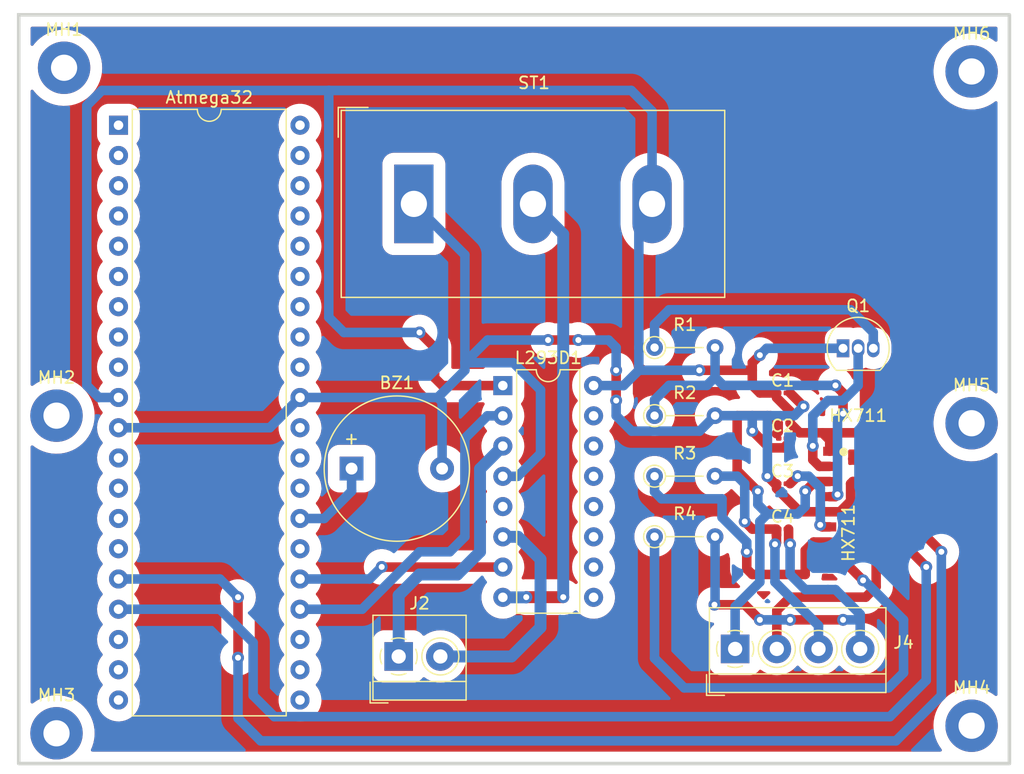
<source format=kicad_pcb>
(kicad_pcb (version 20211014) (generator pcbnew)
  (layers (0 "F.Cu" signal) (31 "B.Cu" signal) (34 "B.Paste" user) (35 "F.Paste" user) (36 "B.SilkS" user "B.Silkscreen") (37 "F.SilkS" user "F.Silkscreen") (38 "B.Mask" user) (39 "F.Mask" user) (44 "Edge.Cuts" user))
  (net 0 "")
  (net 1 "Net-(BZ1-Pad1)")
  (net 2 "Net-(BZ1-Pad2)")
  (net 3 "Net-(C1-Pad1)")
  (net 4 "Net-(C2-Pad1)")
  (net 5 "Net-(C3-Pad2)")
  (net 6 "Net-(C4-Pad1)")
  (net 7 "Net-(C4-Pad2)")
  (net 8 "Net-(HX711-Pad2)")
  (net 9 "Net-(HX711-Pad4)")
  (net 10 "Net-(HX711-Pad7)")
  (net 11 "Net-(HX711-Pad8)")
  (net 12 "Net-(HX711-Pad11)")
  (net 13 "Net-(HX711-Pad12)")
  (net 15 "Net-(L293D1-Pad3)")
  (net 16 "Net-(L293D1-Pad6)")
  (net 17 "Net-(L293D1-Pad2)")
  (net 19 "Net-(L293D1-Pad7)")
  (net 20 "Net-(L293D1-Pad8)")
  (net 28 "Net-(Q1-Pad3)")
  (footprint "Resistor_THT:R_Axial_DIN0204_L3.6mm_D1.6mm_P5.08mm_Vertical" (layer "F.Cu") (at 168.96 93.98)
    (fp_text reference "R3" (at 2.54 -1.92) (layer "F.SilkS"))
    (fp_text value "100 Ω")
    (fp_line (start 0.92 0) (end 4.08 0) (layer "F.SilkS") (width 0.12))
    (fp_circle (center 0 0) (end 0.92 0) (layer "F.SilkS") (width 0.12) (fill none))
    (pad "1" thru_hole circle (at 0 0) (size 1.4 1.4) (drill 0.7) (layers *.Cu *.Mask) (net 10 "Net-(HX711-Pad7)"))
    (pad "2" thru_hole oval (at 5.08 0) (size 1.4 1.4) (drill 0.7) (layers *.Cu *.Mask) (net 6 "Net-(C4-Pad1)"))
  )
  (footprint "MountingHole:MountingHole_2.2mm_M2_Pad" (layer "F.Cu") (at 119.38 59.69)
    (fp_text reference "MH1" (at 0 -3.2) (layer "F.SilkS"))
    (fp_text value "MountingHole_2.2mm_M2_Pad" hide)
    (pad "1" thru_hole circle (at 0 0) (size 4.4 4.4) (drill 2.2) (layers *.Cu *.Mask))
  )
  (footprint "TerminalBlock_4Ucon:TerminalBlock_4Ucon_1x02_P3.50mm_Horizontal" (layer "F.Cu") (at 147.475 109.12)
    (fp_text reference "J2" (at 1.75 -4.46) (layer "F.SilkS"))
    (fp_text value "Screw_Terminal_01x02")
    (fp_line (start -2.4 3.9) (end -0.9 3.9) (layer "F.SilkS") (width 0.12))
    (fp_line (start -2.16 2.1) (end 5.66 2.1) (layer "F.SilkS") (width 0.12))
    (fp_line (start -2.4 2.16) (end -2.4 3.9) (layer "F.SilkS") (width 0.12))
    (fp_line (start 5.66 -3.46) (end 5.66 3.66) (layer "F.SilkS") (width 0.12))
    (fp_line (start -2.16 3.66) (end 5.66 3.66) (layer "F.SilkS") (width 0.12))
    (fp_line (start -2.16 -3.46) (end -2.16 3.66) (layer "F.SilkS") (width 0.12))
    (fp_line (start -2.16 -3.46) (end 5.66 -3.46) (layer "F.SilkS") (width 0.12))
    (fp_arc (start 0.027011 1.555493) (mid -0.296984 1.527118) (end -0.608 1.432) (layer "F.SilkS") (width 0.12))
    (fp_arc (start 0.607587 1.431385) (mid 0.310017 1.523783) (end 0 1.555) (layer "F.SilkS") (width 0.12))
    (fp_arc (start 1.432109 -0.607742) (mid 1.555727 0.00014) (end 1.432 0.608) (layer "F.SilkS") (width 0.12))
    (fp_arc (start -0.607742 -1.432109) (mid 0.00014 -1.555727) (end 0.608 -1.432) (layer "F.SilkS") (width 0.12))
    (fp_arc (start -1.432109 0.607742) (mid -1.555727 -0.00014) (end -1.432 -0.608) (layer "F.SilkS") (width 0.12))
    (fp_circle (center 3.5 0) (end 5.055 0) (layer "F.SilkS") (width 0.12) (fill none))
    (pad "1" thru_hole rect (at 0 0) (size 2.4 2.4) (drill 1.2) (layers *.Cu *.Mask) (net 15 "Net-(L293D1-Pad3)"))
    (pad "2" thru_hole circle (at 3.5 0) (size 2.4 2.4) (drill 1.2) (layers *.Cu *.Mask) (net 16 "Net-(L293D1-Pad6)"))
  )
  (footprint "Package_DIP:DIP-16_W7.62mm" (layer "F.Cu") (at 156.22 86.375)
    (fp_text reference "L293D1" (at 3.81 -2.33) (layer "F.SilkS"))
    (fp_text value "L293D")
    (fp_line (start 2.81 -1.33) (end 1.16 -1.33) (layer "F.SilkS") (width 0.12))
    (fp_line (start 1.16 19.11) (end 6.46 19.11) (layer "F.SilkS") (width 0.12))
    (fp_line (start 6.46 -1.33) (end 4.81 -1.33) (layer "F.SilkS") (width 0.12))
    (fp_line (start 1.16 -1.33) (end 1.16 19.11) (layer "F.SilkS") (width 0.12))
    (fp_line (start 6.46 19.11) (end 6.46 -1.33) (layer "F.SilkS") (width 0.12))
    (fp_arc (start 4.81 -1.33) (mid 3.81 -0.33) (end 2.81 -1.33) (layer "F.SilkS") (width 0.12))
    (pad "1" thru_hole rect (at 0 0) (size 1.6 1.6) (drill 0.8) (layers *.Cu *.Mask) (net 3 "Net-(C1-Pad1)"))
    (pad "2" thru_hole oval (at 0 2.54) (size 1.6 1.6) (drill 0.8) (layers *.Cu *.Mask) (net 17 "Net-(L293D1-Pad2)"))
    (pad "3" thru_hole oval (at 0 5.08) (size 1.6 1.6) (drill 0.8) (layers *.Cu *.Mask) (net 15 "Net-(L293D1-Pad3)"))
    (pad "4" thru_hole oval (at 0 7.62) (size 1.6 1.6) (drill 0.8) (layers *.Cu *.Mask) (net 2 "Net-(BZ1-Pad2)"))
    (pad "5" thru_hole oval (at 0 10.16) (size 1.6 1.6) (drill 0.8) (layers *.Cu *.Mask))
    (pad "6" thru_hole oval (at 0 12.7) (size 1.6 1.6) (drill 0.8) (layers *.Cu *.Mask) (net 16 "Net-(L293D1-Pad6)"))
    (pad "7" thru_hole oval (at 0 15.24) (size 1.6 1.6) (drill 0.8) (layers *.Cu *.Mask) (net 19 "Net-(L293D1-Pad7)"))
    (pad "8" thru_hole oval (at 0 17.78) (size 1.6 1.6) (drill 0.8) (layers *.Cu *.Mask) (net 20 "Net-(L293D1-Pad8)"))
    (pad "9" thru_hole oval (at 7.62 17.78) (size 1.6 1.6) (drill 0.8) (layers *.Cu *.Mask))
    (pad "10" thru_hole oval (at 7.62 15.24) (size 1.6 1.6) (drill 0.8) (layers *.Cu *.Mask))
    (pad "11" thru_hole oval (at 7.62 12.7) (size 1.6 1.6) (drill 0.8) (layers *.Cu *.Mask))
    (pad "12" thru_hole oval (at 7.62 10.16) (size 1.6 1.6) (drill 0.8) (layers *.Cu *.Mask))
    (pad "13" thru_hole oval (at 7.62 7.62) (size 1.6 1.6) (drill 0.8) (layers *.Cu *.Mask))
    (pad "14" thru_hole oval (at 7.62 5.08) (size 1.6 1.6) (drill 0.8) (layers *.Cu *.Mask))
    (pad "15" thru_hole oval (at 7.62 2.54) (size 1.6 1.6) (drill 0.8) (layers *.Cu *.Mask))
    (pad "16" thru_hole oval (at 7.62 0) (size 1.6 1.6) (drill 0.8) (layers *.Cu *.Mask) (net 3 "Net-(C1-Pad1)"))
  )
  (footprint "Package_TO_SOT_THT:TO-92_Inline" (layer "F.Cu") (at 184.785 83.245)
    (fp_text reference "Q1" (at 1.27 -3.56) (layer "F.SilkS"))
    (fp_text value "2N4403")
    (fp_line (start -0.53 1.85) (end 3.07 1.85) (layer "F.SilkS") (width 0.12))
    (fp_arc (start 1.27 -2.6) (mid 3.672087 -0.994977) (end 3.108478 1.838478) (layer "F.SilkS") (width 0.12))
    (fp_arc (start -0.568478 1.838478) (mid -1.132087 -0.994977) (end 1.27 -2.6) (layer "F.SilkS") (width 0.12))
    (pad "1" thru_hole rect (at 0 0) (size 1.05 1.5) (drill 0.75) (layers *.Cu *.Mask) (net 3 "Net-(C1-Pad1)"))
    (pad "2" thru_hole oval (at 1.27 0) (size 1.05 1.5) (drill 0.75) (layers *.Cu *.Mask) (net 8 "Net-(HX711-Pad2)"))
    (pad "3" thru_hole oval (at 2.54 0) (size 1.05 1.5) (drill 0.75) (layers *.Cu *.Mask) (net 28 "Net-(Q1-Pad3)"))
  )
  (footprint "MountingHole:MountingHole_2.2mm_M2_Pad" (layer "F.Cu") (at 195.58 60)
    (fp_text reference "MH6" (at 0 -3.2) (layer "F.SilkS"))
    (fp_text value "MountingHole_2.2mm_M2_Pad" hide)
    (pad "1" thru_hole circle (at 0 0) (size 4.4 4.4) (drill 2.2) (layers *.Cu *.Mask))
  )
  (footprint "Resistor_THT:R_Axial_DIN0204_L3.6mm_D1.6mm_P5.08mm_Vertical" (layer "F.Cu") (at 168.96 99.06)
    (fp_text reference "R4" (at 2.54 -1.92) (layer "F.SilkS"))
    (fp_text value "100 Ω")
    (fp_line (start 0.92 0) (end 4.08 0) (layer "F.SilkS") (width 0.12))
    (fp_circle (center 0 0) (end 0.92 0) (layer "F.SilkS") (width 0.12) (fill none))
    (pad "1" thru_hole circle (at 0 0) (size 1.4 1.4) (drill 0.7) (layers *.Cu *.Mask) (net 11 "Net-(HX711-Pad8)"))
    (pad "2" thru_hole oval (at 5.08 0) (size 1.4 1.4) (drill 0.7) (layers *.Cu *.Mask) (net 7 "Net-(C4-Pad2)"))
  )
  (footprint "Capacitor_SMD:C_0201_0603Metric" (layer "F.Cu") (at 179.705 98.425)
    (fp_text reference "C4" (at 0 -1.05) (layer "F.SilkS"))
    (fp_text value "0.1 μF")
    (pad "1" smd roundrect (at -0.32 0) (size 0.46 0.4) (layers "F.Cu" "F.Mask") (net 6 "Net-(C4-Pad1)"))
    (pad "2" smd roundrect (at 0.32 0) (size 0.46 0.4) (layers "F.Cu" "F.Mask") (net 7 "Net-(C4-Pad2)"))
  )
  (footprint "Resistor_THT:R_Axial_DIN0204_L3.6mm_D1.6mm_P5.08mm_Vertical" (layer "F.Cu") (at 168.96 88.9)
    (fp_text reference "R2" (at 2.54 -1.92) (layer "F.SilkS"))
    (fp_text value "8.2 kΩ")
    (fp_line (start 0.92 0) (end 4.08 0) (layer "F.SilkS") (width 0.12))
    (fp_circle (center 0 0) (end 0.92 0) (layer "F.SilkS") (width 0.12) (fill none))
    (pad "1" thru_hole circle (at 0 0) (size 1.4 1.4) (drill 0.7) (layers *.Cu *.Mask) (net 9 "Net-(HX711-Pad4)"))
    (pad "2" thru_hole oval (at 5.08 0) (size 1.4 1.4) (drill 0.7) (layers *.Cu *.Mask) (net 2 "Net-(BZ1-Pad2)"))
  )
  (footprint "Capacitor_SMD:C_0201_0603Metric" (layer "F.Cu") (at 179.705 94.615)
    (fp_text reference "C3" (at 0 -1.05) (layer "F.SilkS"))
    (fp_text value "0.1 μF")
    (pad "1" smd roundrect (at -0.32 0) (size 0.46 0.4) (layers "F.Cu" "F.Mask") (net 2 "Net-(BZ1-Pad2)"))
    (pad "2" smd roundrect (at 0.32 0) (size 0.46 0.4) (layers "F.Cu" "F.Mask") (net 5 "Net-(C3-Pad2)"))
  )
  (footprint "MountingHole:MountingHole_2.2mm_M2_Pad" (layer "F.Cu") (at 195.58 114.935)
    (fp_text reference "MH4" (at 0 -3.2) (layer "F.SilkS"))
    (fp_text value "MountingHole_2.2mm_M2_Pad" hide)
    (pad "1" thru_hole circle (at 0 0) (size 4.4 4.4) (drill 2.2) (layers *.Cu *.Mask))
  )
  (footprint "HX711:HX711" (layer "F.Cu") (at 188.745 86.8106)
    (fp_text reference "HX711" (at -2.69 2.0894 unlocked) (layer "F.SilkS"))
    (fp_text value "HX711")
    (fp_text user "HX711" (at -3.5052 11.938 90 unlocked) (layer "F.SilkS"))
    (fp_circle (center -3.9116 5.1308) (end -3.6116 5.1308) (layer "F.SilkS") (width 0.12) (fill solid))
    (pad "1" smd rect (at -5.08 5.08) (size 1.1 0.76) (layers "F.Cu" "F.Paste" "F.Mask") (net 3 "Net-(C1-Pad1)"))
    (pad "2" smd rect (at -5.08 6.35) (size 1.1 0.76) (layers "F.Cu" "F.Paste" "F.Mask") (net 8 "Net-(HX711-Pad2)"))
    (pad "3" smd rect (at -5.08 7.62) (size 1.1 0.76) (layers "F.Cu" "F.Paste" "F.Mask") (net 4 "Net-(C2-Pad1)"))
    (pad "4" smd rect (at -5.08 8.89) (size 1.1 0.76) (layers "F.Cu" "F.Paste" "F.Mask") (net 9 "Net-(HX711-Pad4)"))
    (pad "5" smd rect (at -5.08 10.16) (size 1.1 0.76) (layers "F.Cu" "F.Paste" "F.Mask") (net 2 "Net-(BZ1-Pad2)"))
    (pad "6" smd rect (at -5.08 11.43) (size 1.1 0.76) (layers "F.Cu" "F.Paste" "F.Mask") (net 5 "Net-(C3-Pad2)"))
    (pad "7" smd rect (at -5.08 12.7) (size 1.1 0.76) (layers "F.Cu" "F.Paste" "F.Mask") (net 10 "Net-(HX711-Pad7)"))
    (pad "8" smd rect (at -5.08 13.97) (size 1.1 0.76) (layers "F.Cu" "F.Paste" "F.Mask") (net 11 "Net-(HX711-Pad8)"))
    (pad "9" smd rect (at -1.18 13.97) (size 1.1 0.76) (layers "F.Cu" "F.Paste" "F.Mask") (net 2 "Net-(BZ1-Pad2)"))
    (pad "10" smd rect (at -1.18 12.7) (size 1.1 0.76) (layers "F.Cu" "F.Paste" "F.Mask") (net 2 "Net-(BZ1-Pad2)"))
    (pad "11" smd rect (at -1.18 11.43) (size 1.1 0.76) (layers "F.Cu" "F.Paste" "F.Mask") (net 12 "Net-(HX711-Pad11)"))
    (pad "12" smd rect (at -1.18 10.16) (size 1.1 0.76) (layers "F.Cu" "F.Paste" "F.Mask") (net 13 "Net-(HX711-Pad12)"))
    (pad "13" smd rect (at -1.18 8.89) (size 1.1 0.76) (layers "F.Cu" "F.Paste" "F.Mask"))
    (pad "14" smd rect (at -1.18 7.62) (size 1.1 0.76) (layers "F.Cu" "F.Paste" "F.Mask") (net 2 "Net-(BZ1-Pad2)"))
    (pad "15" smd rect (at -1.18 6.35) (size 1.1 0.76) (layers "F.Cu" "F.Paste" "F.Mask") (net 2 "Net-(BZ1-Pad2)"))
    (pad "16" smd rect (at -1.18 5.08) (size 1.1 0.76) (layers "F.Cu" "F.Paste" "F.Mask") (net 3 "Net-(C1-Pad1)"))
  )
  (footprint "Capacitor_SMD:C_0201_0603Metric" (layer "F.Cu") (at 179.705 86.995)
    (fp_text reference "C1" (at 0 -1.05) (layer "F.SilkS"))
    (fp_text value "10 μF")
    (pad "1" smd roundrect (at -0.32 0) (size 0.46 0.4) (layers "F.Cu" "F.Mask") (net 3 "Net-(C1-Pad1)"))
    (pad "2" smd roundrect (at 0.32 0) (size 0.46 0.4) (layers "F.Cu" "F.Mask") (net 2 "Net-(BZ1-Pad2)"))
  )
  (footprint "MountingHole:MountingHole_2.2mm_M2_Pad" (layer "F.Cu") (at 118.745 115.57)
    (fp_text reference "MH3" (at 0 -3.2) (layer "F.SilkS"))
    (fp_text value "MountingHole_2.2mm_M2_Pad" hide)
    (pad "1" thru_hole circle (at 0 0) (size 4.4 4.4) (drill 2.2) (layers *.Cu *.Mask))
  )
  (footprint "TerminalBlock_Dinkle:TerminalBlock_Dinkle_DT-55-B01X-03_P10.00mm" (layer "F.Cu") (at 148.75 71.12)
    (fp_text reference "ST1" (at 10.08 -10.16) (layer "F.SilkS"))
    (fp_text value "Screw_Terminal_01x03")
    (fp_line (start 26.1 -7.85) (end 26.1 7.85) (layer "F.SilkS") (width 0.12))
    (fp_line (start -6.1 7.85) (end 26.1 7.85) (layer "F.SilkS") (width 0.12))
    (fp_line (start -6.1 7.85) (end -6.1 -7.85) (layer "F.SilkS") (width 0.12))
    (fp_line (start -6.1 -7.85) (end 26.1 -7.85) (layer "F.SilkS") (width 0.12))
    (fp_line (start -6.35 -8.1) (end -3.85 -8.1) (layer "F.SilkS") (width 0.12))
    (fp_line (start -6.35 -5.6) (end -6.35 -8.1) (layer "F.SilkS") (width 0.12))
    (pad "1" thru_hole rect (at 0 0) (size 3.3 6.6) (drill 2.2) (layers *.Cu *.Mask) (net 2 "Net-(BZ1-Pad2)"))
    (pad "2" thru_hole oval (at 10 0) (size 3.3 6.6) (drill 2.2) (layers *.Cu *.Mask) (net 20 "Net-(L293D1-Pad8)"))
    (pad "3" thru_hole oval (at 20 0) (size 3.3 6.6) (drill 2.2) (layers *.Cu *.Mask) (net 3 "Net-(C1-Pad1)"))
  )
  (footprint "MountingHole:MountingHole_2.2mm_M2_Pad" (layer "F.Cu") (at 118.745 88.9)
    (fp_text reference "MH2" (at 0 -3.2) (layer "F.SilkS"))
    (fp_text value "MountingHole_2.2mm_M2_Pad" hide)
    (pad "1" thru_hole circle (at 0 0) (size 4.4 4.4) (drill 2.2) (layers *.Cu *.Mask))
  )
  (footprint "Buzzer_Beeper:Buzzer_12x9.5RM7.6" (layer "F.Cu") (at 143.52 93.345)
    (fp_text reference "BZ1" (at 3.8 -7.2) (layer "F.SilkS"))
    (fp_text value "Buzzer")
    (fp_text user "+" (at -0.01 -2.54) (layer "F.SilkS"))
    (fp_circle (center 3.8 0) (end 9.9 0) (layer "F.SilkS") (width 0.12) (fill none))
    (pad "1" thru_hole rect (at 0 0) (size 2 2) (drill 1) (layers *.Cu *.Mask) (net 1 "Net-(BZ1-Pad1)"))
    (pad "2" thru_hole circle (at 7.6 0) (size 2 2) (drill 1) (layers *.Cu *.Mask) (net 2 "Net-(BZ1-Pad2)"))
  )
  (footprint "Capacitor_SMD:C_0201_0603Metric" (layer "F.Cu") (at 179.705 90.805)
    (fp_text reference "C2" (at 0 -1.05) (layer "F.SilkS"))
    (fp_text value "10 μF")
    (pad "1" smd roundrect (at -0.32 0) (size 0.46 0.4) (layers "F.Cu" "F.Mask") (net 4 "Net-(C2-Pad1)"))
    (pad "2" smd roundrect (at 0.32 0) (size 0.46 0.4) (layers "F.Cu" "F.Mask") (net 2 "Net-(BZ1-Pad2)"))
  )
  (footprint "Resistor_THT:R_Axial_DIN0204_L3.6mm_D1.6mm_P5.08mm_Vertical" (layer "F.Cu") (at 168.96 83.185)
    (fp_text reference "R1" (at 2.54 -1.92) (layer "F.SilkS"))
    (fp_text value "20 kΩ")
    (fp_line (start 0.92 0) (end 4.08 0) (layer "F.SilkS") (width 0.12))
    (fp_circle (center 0 0) (end 0.92 0) (layer "F.SilkS") (width 0.12) (fill none))
    (pad "1" thru_hole circle (at 0 0) (size 1.4 1.4) (drill 0.7) (layers *.Cu *.Mask) (net 28 "Net-(Q1-Pad3)"))
    (pad "2" thru_hole oval (at 5.08 0) (size 1.4 1.4) (drill 0.7) (layers *.Cu *.Mask) (net 9 "Net-(HX711-Pad4)"))
  )
  (footprint "Package_DIP:DIP-40_W15.24mm" (layer "F.Cu") (at 123.95 64.515)
    (fp_text reference "Atmega32" (at 7.62 -2.33) (layer "F.SilkS"))
    (fp_text value "ATmega32A-P")
    (fp_line (start 14.08 -1.33) (end 8.62 -1.33) (layer "F.SilkS") (width 0.12))
    (fp_line (start 1.16 -1.33) (end 1.16 49.59) (layer "F.SilkS") (width 0.12))
    (fp_line (start 1.16 49.59) (end 14.08 49.59) (layer "F.SilkS") (width 0.12))
    (fp_line (start 6.62 -1.33) (end 1.16 -1.33) (layer "F.SilkS") (width 0.12))
    (fp_line (start 14.08 49.59) (end 14.08 -1.33) (layer "F.SilkS") (width 0.12))
    (fp_arc (start 8.62 -1.33) (mid 7.62 -0.33) (end 6.62 -1.33) (layer "F.SilkS") (width 0.12))
    (pad "1" thru_hole rect (at 0 0) (size 1.6 1.6) (drill 0.8) (layers *.Cu *.Mask))
    (pad "2" thru_hole oval (at 0 2.54) (size 1.6 1.6) (drill 0.8) (layers *.Cu *.Mask))
    (pad "3" thru_hole oval (at 0 5.08) (size 1.6 1.6) (drill 0.8) (layers *.Cu *.Mask))
    (pad "4" thru_hole oval (at 0 7.62) (size 1.6 1.6) (drill 0.8) (layers *.Cu *.Mask))
    (pad "5" thru_hole oval (at 0 10.16) (size 1.6 1.6) (drill 0.8) (layers *.Cu *.Mask))
    (pad "6" thru_hole oval (at 0 12.7) (size 1.6 1.6) (drill 0.8) (layers *.Cu *.Mask))
    (pad "7" thru_hole oval (at 0 15.24) (size 1.6 1.6) (drill 0.8) (layers *.Cu *.Mask))
    (pad "8" thru_hole oval (at 0 17.78) (size 1.6 1.6) (drill 0.8) (layers *.Cu *.Mask))
    (pad "9" thru_hole oval (at 0 20.32) (size 1.6 1.6) (drill 0.8) (layers *.Cu *.Mask))
    (pad "10" thru_hole oval (at 0 22.86) (size 1.6 1.6) (drill 0.8) (layers *.Cu *.Mask) (net 3 "Net-(C1-Pad1)"))
    (pad "11" thru_hole oval (at 0 25.4) (size 1.6 1.6) (drill 0.8) (layers *.Cu *.Mask) (net 2 "Net-(BZ1-Pad2)"))
    (pad "12" thru_hole oval (at 0 27.94) (size 1.6 1.6) (drill 0.8) (layers *.Cu *.Mask))
    (pad "13" thru_hole oval (at 0 30.48) (size 1.6 1.6) (drill 0.8) (layers *.Cu *.Mask))
    (pad "14" thru_hole oval (at 0 33.02) (size 1.6 1.6) (drill 0.8) (layers *.Cu *.Mask))
    (pad "15" thru_hole oval (at 0 35.56) (size 1.6 1.6) (drill 0.8) (layers *.Cu *.Mask))
    (pad "16" thru_hole oval (at 0 38.1) (size 1.6 1.6) (drill 0.8) (layers *.Cu *.Mask) (net 13 "Net-(HX711-Pad12)"))
    (pad "17" thru_hole oval (at 0 40.64) (size 1.6 1.6) (drill 0.8) (layers *.Cu *.Mask) (net 12 "Net-(HX711-Pad11)"))
    (pad "18" thru_hole oval (at 0 43.18) (size 1.6 1.6) (drill 0.8) (layers *.Cu *.Mask))
    (pad "19" thru_hole oval (at 0 45.72) (size 1.6 1.6) (drill 0.8) (layers *.Cu *.Mask))
    (pad "20" thru_hole oval (at 0 48.26) (size 1.6 1.6) (drill 0.8) (layers *.Cu *.Mask))
    (pad "21" thru_hole oval (at 15.24 48.26) (size 1.6 1.6) (drill 0.8) (layers *.Cu *.Mask))
    (pad "22" thru_hole oval (at 15.24 45.72) (size 1.6 1.6) (drill 0.8) (layers *.Cu *.Mask))
    (pad "23" thru_hole oval (at 15.24 43.18) (size 1.6 1.6) (drill 0.8) (layers *.Cu *.Mask))
    (pad "24" thru_hole oval (at 15.24 40.64) (size 1.6 1.6) (drill 0.8) (layers *.Cu *.Mask) (net 17 "Net-(L293D1-Pad2)"))
    (pad "25" thru_hole oval (at 15.24 38.1) (size 1.6 1.6) (drill 0.8) (layers *.Cu *.Mask) (net 19 "Net-(L293D1-Pad7)"))
    (pad "26" thru_hole oval (at 15.24 35.56) (size 1.6 1.6) (drill 0.8) (layers *.Cu *.Mask))
    (pad "27" thru_hole oval (at 15.24 33.02) (size 1.6 1.6) (drill 0.8) (layers *.Cu *.Mask) (net 1 "Net-(BZ1-Pad1)"))
    (pad "28" thru_hole oval (at 15.24 30.48) (size 1.6 1.6) (drill 0.8) (layers *.Cu *.Mask))
    (pad "29" thru_hole oval (at 15.24 27.94) (size 1.6 1.6) (drill 0.8) (layers *.Cu *.Mask))
    (pad "30" thru_hole oval (at 15.24 25.4) (size 1.6 1.6) (drill 0.8) (layers *.Cu *.Mask))
    (pad "31" thru_hole oval (at 15.24 22.86) (size 1.6 1.6) (drill 0.8) (layers *.Cu *.Mask) (net 2 "Net-(BZ1-Pad2)"))
    (pad "32" thru_hole oval (at 15.24 20.32) (size 1.6 1.6) (drill 0.8) (layers *.Cu *.Mask))
    (pad "33" thru_hole oval (at 15.24 17.78) (size 1.6 1.6) (drill 0.8) (layers *.Cu *.Mask))
    (pad "34" thru_hole oval (at 15.24 15.24) (size 1.6 1.6) (drill 0.8) (layers *.Cu *.Mask))
    (pad "35" thru_hole oval (at 15.24 12.7) (size 1.6 1.6) (drill 0.8) (layers *.Cu *.Mask))
    (pad "36" thru_hole oval (at 15.24 10.16) (size 1.6 1.6) (drill 0.8) (layers *.Cu *.Mask))
    (pad "37" thru_hole oval (at 15.24 7.62) (size 1.6 1.6) (drill 0.8) (layers *.Cu *.Mask))
    (pad "38" thru_hole oval (at 15.24 5.08) (size 1.6 1.6) (drill 0.8) (layers *.Cu *.Mask))
    (pad "39" thru_hole oval (at 15.24 2.54) (size 1.6 1.6) (drill 0.8) (layers *.Cu *.Mask))
    (pad "40" thru_hole oval (at 15.24 0) (size 1.6 1.6) (drill 0.8) (layers *.Cu *.Mask))
  )
  (footprint "TerminalBlock_4Ucon:TerminalBlock_4Ucon_1x04_P3.50mm_Horizontal" (layer "F.Cu") (at 175.725 108.485)
    (fp_text reference "J4" (at 14.14 -0.535) (layer "F.SilkS"))
    (fp_text value "Screw_Terminal_01x04")
    (fp_line (start -2.16 2.1) (end 12.66 2.1) (layer "F.SilkS") (width 0.12))
    (fp_line (start -2.4 3.9) (end -0.9 3.9) (layer "F.SilkS") (width 0.12))
    (fp_line (start 12.66 -3.46) (end 12.66 3.66) (layer "F.SilkS") (width 0.12))
    (fp_line (start -2.16 -3.46) (end -2.16 3.66) (layer "F.SilkS") (width 0.12))
    (fp_line (start -2.16 -3.46) (end 12.66 -3.46) (layer "F.SilkS") (width 0.12))
    (fp_line (start -2.4 2.16) (end -2.4 3.9) (layer "F.SilkS") (width 0.12))
    (fp_line (start -2.16 3.66) (end 12.66 3.66) (layer "F.SilkS") (width 0.12))
    (fp_arc (start -1.432109 0.607742) (mid -1.555727 -0.00014) (end -1.432 -0.608) (layer "F.SilkS") (width 0.12))
    (fp_arc (start 1.432109 -0.607742) (mid 1.555727 0.00014) (end 1.432 0.608) (layer "F.SilkS") (width 0.12))
    (fp_arc (start -0.607742 -1.432109) (mid 0.00014 -1.555727) (end 0.608 -1.432) (layer "F.SilkS") (width 0.12))
    (fp_arc (start 0.027011 1.555493) (mid -0.296984 1.527118) (end -0.608 1.432) (layer "F.SilkS") (width 0.12))
    (fp_arc (start 0.607587 1.431385) (mid 0.310017 1.523783) (end 0 1.555) (layer "F.SilkS") (width 0.12))
    (fp_circle (center 7 0) (end 8.555 0) (layer "F.SilkS") (width 0.12) (fill none))
    (fp_circle (center 10.5 0) (end 12.055 0) (layer "F.SilkS") (width 0.12) (fill none))
    (fp_circle (center 3.5 0) (end 5.055 0) (layer "F.SilkS") (width 0.12) (fill none))
    (pad "1" thru_hole rect (at 0 0) (size 2.4 2.4) (drill 1.2) (layers *.Cu *.Mask) (net 4 "Net-(C2-Pad1)"))
    (pad "2" thru_hole circle (at 3.5 0) (size 2.4 2.4) (drill 1.2) (layers *.Cu *.Mask) (net 2 "Net-(BZ1-Pad2)"))
    (pad "3" thru_hole circle (at 7 0) (size 2.4 2.4) (drill 1.2) (layers *.Cu *.Mask) (net 6 "Net-(C4-Pad1)"))
    (pad "4" thru_hole circle (at 10.5 0) (size 2.4 2.4) (drill 1.2) (layers *.Cu *.Mask) (net 7 "Net-(C4-Pad2)"))
  )
  (footprint "MountingHole:MountingHole_2.2mm_M2_Pad" (layer "F.Cu") (at 195.58 89.535)
    (fp_text reference "MH5" (at 0 -3.2) (layer "F.SilkS"))
    (fp_text value "MountingHole_2.2mm_M2_Pad" hide)
    (pad "1" thru_hole circle (at 0 0) (size 4.4 4.4) (drill 2.2) (layers *.Cu *.Mask))
  )
  (gr_rect (start 115.57 55.245) (end 198.755 118.11) (layer "Edge.Cuts") (width 0.3) (fill none))
  (segment (start 139.19 97.535) (end 141.225 97.535) (width 0.8) (layer "B.Cu") (net 1))
  (segment (start 143.52 95.24) (end 143.52 93.345) (width 0.8) (layer "B.Cu") (net 1))
  (segment (start 141.225 97.535) (end 143.52 95.24) (width 0.8) (layer "B.Cu") (net 1))
  (segment (start 186.415489 94.606689) (end 186.2394 94.4306) (width 0.8) (layer "F.Cu") (net 2))
  (segment (start 181.16133 96.9706) (end 179.19548 95.00475) (width 0.8) (layer "F.Cu") (net 2))
  (segment (start 187.565 94.4306) (end 187.565 93.1606) (width 0.8) (layer "F.Cu") (net 2))
  (segment (start 177.165 90.17) (end 178.59952 91.60452) (width 0.8) (layer "F.Cu") (net 2))
  (segment (start 187.565 100.7806) (end 187.565 103.265) (width 0.8) (layer "F.Cu") (net 2))
  (segment (start 181.467536 88.122536) (end 180.34 86.995) (width 0.8) (layer "F.Cu") (net 2))
  (segment (start 180.268233 91.141037) (end 180.268233 90.876767) (width 0.8) (layer "F.Cu") (net 2))
  (segment (start 183.665 96.9706) (end 181.16133 96.9706) (width 0.8) (layer "F.Cu") (net 2))
  (segment (start 186.69 104.14) (end 180.34 104.14) (width 0.8) (layer "F.Cu") (net 2))
  (segment (start 186.2394 94.4306) (end 185.6044 94.4306) (width 0.8) (layer "F.Cu") (net 2))
  (segment (start 185.42 94.615) (end 185.42 96.074622) (width 0.8) (layer "F.Cu") (net 2))
  (segment (start 165.735 87.63) (end 165.735 85.09) (width 0.8) (layer "F.Cu") (net 2))
  (segment (start 187.565 99.5106) (end 187.274511 99.220111) (width 0.8) (layer "F.Cu") (net 2))
  (segment (start 186.529889 99.220111) (end 186.415489 99.334511) (width 0.8) (layer "F.Cu") (net 2))
  (segment (start 179.07 94.615) (end 179.19548 94.615) (width 0.8) (layer "F.Cu") (net 2))
  (segment (start 184.524022 96.9706) (end 183.665 96.9706) (width 0.8) (layer "F.Cu") (net 2))
  (segment (start 179.80475 91.60452) (end 180.268233 91.141037) (width 0.8) (layer "F.Cu") (net 2))
  (segment (start 162.56 82.55) (end 160.02 82.55) (width 0.8) (layer "F.Cu") (net 2))
  (segment (start 186.415489 99.631089) (end 186.415489 94.606689) (width 0.8) (layer "F.Cu") (net 2))
  (segment (start 178.435 93.98) (end 179.07 94.615) (width 0.8) (layer "F.Cu") (net 2))
  (segment (start 178.59952 91.60452) (end 179.80475 91.60452) (width 0.8) (layer "F.Cu") (net 2))
  (segment (start 187.565 100.7806) (end 186.415489 99.631089) (width 0.8) (layer "F.Cu") (net 2))
  (segment (start 180.34 104.14) (end 179.225 105.255) (width 0.8) (layer "F.Cu") (net 2))
  (segment (start 187.274511 99.220111) (end 186.529889 99.220111) (width 0.8) (layer "F.Cu") (net 2))
  (segment (start 185.6044 94.4306) (end 185.42 94.615) (width 0.8) (layer "F.Cu") (net 2))
  (segment (start 187.565 94.4306) (end 186.2394 94.4306) (width 0.8) (layer "F.Cu") (net 2))
  (segment (start 179.225 105.255) (end 179.225 108.485) (width 0.8) (layer "F.Cu") (net 2))
  (segment (start 187.565 103.265) (end 186.69 104.14) (width 0.8) (layer "F.Cu") (net 2))
  (segment (start 185.42 96.074622) (end 184.524022 96.9706) (width 0.8) (layer "F.Cu") (net 2))
  (via (at 177.165 90.17) (size 1) (drill 0.5) (layers "F.Cu" "B.Cu") (net 2))
  (via (at 160.02 82.55) (size 1) (drill 0.5) (layers "F.Cu" "B.Cu") (net 2))
  (via (at 165.735 87.63) (size 1) (drill 0.5) (layers "F.Cu" "B.Cu") (net 2))
  (via (at 181.467536 88.122536) (size 1) (drill 0.5) (layers "F.Cu" "B.Cu") (net 2))
  (via (at 165.735 85.09) (size 1) (drill 0.5) (layers "F.Cu" "B.Cu") (net 2))
  (via (at 162.56 82.55) (size 1) (drill 0.5) (layers "F.Cu" "B.Cu") (net 2))
  (via (at 178.435 93.98) (size 1) (drill 0.5) (layers "F.Cu" "B.Cu") (net 2))
  (segment (start 174.04 88.9) (end 177.165 88.9) (width 0.8) (layer "B.Cu") (net 2))
  (segment (start 160.02 82.55) (end 154.94 82.55) (width 0.8) (layer "B.Cu") (net 2))
  (segment (start 154.94 82.55) (end 153.035 84.455) (width 0.8) (layer "B.Cu") (net 2))
  (segment (start 177.165 88.9) (end 178.435 88.9) (width 0.8) (layer "B.Cu") (net 2))
  (segment (start 178.435 88.9) (end 178.435 93.98) (width 0.8) (layer "B.Cu") (net 2))
  (segment (start 180.690072 88.9) (end 181.467536 88.122536) (width 0.8) (layer "B.Cu") (net 2))
  (segment (start 150.75 87.375) (end 153.035 85.09) (width 0.8) (layer "B.Cu") (net 2))
  (segment (start 165.735 85.09) (end 165.735 83.185) (width 0.8) (layer "B.Cu") (net 2))
  (segment (start 165.1 82.55) (end 162.56 82.55) (width 0.8) (layer "B.Cu") (net 2))
  (segment (start 153.035 85.09) (end 153.035 84.455) (width 0.8) (layer "B.Cu") (net 2))
  (segment (start 153.035 75.405) (end 148.75 71.12) (width 0.8) (layer "B.Cu") (net 2))
  (segment (start 156.22 93.995) (end 157.465 93.995) (width 0.8) (layer "B.Cu") (net 2))
  (segment (start 159.385 86.740978) (end 157.099022 84.455) (width 0.8) (layer "B.Cu") (net 2))
  (segment (start 177.165 88.9) (end 177.165 90.17) (width 0.8) (layer "B.Cu") (net 2))
  (segment (start 151.12 93.345) (end 151.12 87.745) (width 0.8) (layer "B.Cu") (net 2))
  (segment (start 151.12 87.745) (end 150.75 87.375) (width 0.8) (layer "B.Cu") (net 2))
  (segment (start 172.740489 90.199511) (end 167.034511 90.199511) (width 0.8) (layer "B.Cu") (net 2))
  (segment (start 153.035 84.455) (end 153.035 75.405) (width 0.8) (layer "B.Cu") (net 2))
  (segment (start 167.034511 90.199511) (end 165.735 88.9) (width 0.8) (layer "B.Cu") (net 2))
  (segment (start 139.19 87.375) (end 150.75 87.375) (width 0.8) (layer "B.Cu") (net 2))
  (segment (start 165.735 83.185) (end 165.1 82.55) (width 0.8) (layer "B.Cu") (net 2))
  (segment (start 157.099022 84.455) (end 153.035 84.455) (width 0.8) (layer "B.Cu") (net 2))
  (segment (start 157.465 93.995) (end 159.385 92.075) (width 0.8) (layer "B.Cu") (net 2))
  (segment (start 165.735 88.9) (end 165.735 87.63) (width 0.8) (layer "B.Cu") (net 2))
  (segment (start 178.435 88.9) (end 180.690072 88.9) (width 0.8) (layer "B.Cu") (net 2))
  (segment (start 159.385 92.075) (end 159.385 86.740978) (width 0.8) (layer "B.Cu") (net 2))
  (segment (start 174.04 88.9) (end 172.740489 90.199511) (width 0.8) (layer "B.Cu") (net 2))
  (segment (start 136.65 89.915) (end 139.19 87.375) (width 0.8) (layer "B.Cu") (net 2))
  (segment (start 123.95 89.915) (end 136.65 89.915) (width 0.8) (layer "B.Cu") (net 2))
  (segment (start 187.565 91.045) (end 186.860489 90.340489) (width 0.8) (layer "F.Cu") (net 3))
  (segment (start 172.72 85.09) (end 177.165 85.09) (width 0.8) (layer "F.Cu") (net 3))
  (segment (start 150.495 83.185) (end 150.495 85.725) (width 0.8) (layer "F.Cu") (net 3))
  (segment (start 149.225 81.915) (end 150.495 83.185) (width 0.8) (layer "F.Cu") (net 3))
  (segment (start 187.565 91.8906) (end 187.565 91.045) (width 0.8) (layer "F.Cu") (net 3))
  (segment (start 183.665 91.8906) (end 183.665 90.955) (width 0.8) (layer "F.Cu") (net 3))
  (segment (start 177.165 86.36) (end 177.8 86.995) (width 0.8) (layer "F.Cu") (net 3))
  (segment (start 150.495 85.725) (end 151.145 86.375) (width 0.8) (layer "F.Cu") (net 3))
  (segment (start 183.050489 90.340489) (end 181.145489 90.340489) (width 0.8) (layer "F.Cu") (net 3))
  (segment (start 183.665 90.955) (end 183.050489 90.340489) (width 0.8) (layer "F.Cu") (net 3))
  (segment (start 180.34 89.535) (end 180.34 88.52927) (width 0.8) (layer "F.Cu") (net 3))
  (segment (start 177.165 84.455) (end 177.165 85.09) (width 0.8) (layer "F.Cu") (net 3))
  (segment (start 180.34 88.52927) (end 179.19548 87.38475) (width 0.8) (layer "F.Cu") (net 3))
  (segment (start 181.145489 90.340489) (end 180.34 89.535) (width 0.8) (layer "F.Cu") (net 3))
  (segment (start 186.860489 90.340489) (end 183.050489 90.340489) (width 0.8) (layer "F.Cu") (net 3))
  (segment (start 177.165 85.09) (end 177.165 86.36) (width 0.8) (layer "F.Cu") (net 3))
  (segment (start 177.8 86.995) (end 179.19548 86.995) (width 0.8) (layer "F.Cu") (net 3))
  (segment (start 151.145 86.375) (end 156.22 86.375) (width 0.8) (layer "F.Cu") (net 3))
  (segment (start 177.8 83.82) (end 177.165 84.455) (width 0.8) (layer "F.Cu") (net 3))
  (via (at 177.8 83.82) (size 1) (drill 0.5) (layers "F.Cu" "B.Cu") (net 3))
  (via (at 172.72 85.09) (size 1) (drill 0.5) (layers "F.Cu" "B.Cu") (net 3))
  (via (at 149.225 81.915) (size 1) (drill 0.5) (layers "F.Cu" "B.Cu") (net 3))
  (segment (start 142.24 81.28) (end 142.875 81.915) (width 0.8) (layer "B.Cu") (net 3))
  (segment (start 141.605 80.645) (end 142.24 81.28) (width 0.8) (layer "B.Cu") (net 3))
  (segment (start 141.605 61.595) (end 141.605 80.645) (width 0.8) (layer "B.Cu") (net 3))
  (segment (start 184.785 83.245) (end 178.375 83.245) (width 0.8) (layer "B.Cu") (net 3))
  (segment (start 122.3 87.375) (end 121.285 86.36) (width 0.8) (layer "B.Cu") (net 3))
  (segment (start 167.64 85.09) (end 167.64 72.23) (width 0.8) (layer "B.Cu") (net 3))
  (segment (start 166.355 86.375) (end 167.64 85.09) (width 0.8) (layer "B.Cu") (net 3))
  (segment (start 168.75 63.34) (end 168.75 71.12) (width 0.8) (layer "B.Cu") (net 3))
  (segment (start 178.375 83.245) (end 177.8 83.82) (width 0.8) (layer "B.Cu") (net 3))
  (segment (start 121.285 86.36) (end 121.285 62.865) (width 0.8) (layer "B.Cu") (net 3))
  (segment (start 122.555 61.595) (end 141.605 61.595) (width 0.8) (layer "B.Cu") (net 3))
  (segment (start 167.64 85.09) (end 172.72 85.09) (width 0.8) (layer "B.Cu") (net 3))
  (segment (start 163.84 86.375) (end 166.355 86.375) (width 0.8) (layer "B.Cu") (net 3))
  (segment (start 142.875 81.915) (end 149.225 81.915) (width 0.8) (layer "B.Cu") (net 3))
  (segment (start 167.005 61.595) (end 168.75 63.34) (width 0.8) (layer "B.Cu") (net 3))
  (segment (start 141.605 61.595) (end 167.005 61.595) (width 0.8) (layer "B.Cu") (net 3))
  (segment (start 123.95 87.375) (end 122.3 87.375) (width 0.8) (layer "B.Cu") (net 3))
  (segment (start 121.285 62.865) (end 122.555 61.595) (width 0.8) (layer "B.Cu") (net 3))
  (segment (start 167.64 72.23) (end 168.75 71.12) (width 0.8) (layer "B.Cu") (net 3))
  (segment (start 175.895 88.9) (end 178.70548 88.9) (width 0.8) (layer "F.Cu") (net 4))
  (segment (start 175.895 93.5155) (end 175.895 88.9) (width 0.8) (layer "F.Cu") (net 4))
  (segment (start 179.34048 90.27025) (end 179.19548 90.41525) (width 0.8) (layer "F.Cu") (net 4))
  (segment (start 181.61 95.25) (end 182.4294 94.4306) (width 0.8) (layer "F.Cu") (net 4))
  (segment (start 179.34048 89.535) (end 179.34048 90.27025) (width 0.8) (layer "F.Cu") (net 4))
  (segment (start 177.6295 95.25) (end 175.895 93.5155) (width 0.8) (layer "F.Cu") (net 4))
  (segment (start 182.4294 94.4306) (end 183.665 94.4306) (width 0.8) (layer "F.Cu") (net 4))
  (segment (start 178.70548 88.9) (end 179.34048 89.535) (width 0.8) (layer "F.Cu") (net 4))
  (via (at 181.61 95.25) (size 1) (drill 0.5) (layers "F.Cu" "B.Cu") (net 4))
  (via (at 177.6295 95.25) (size 1) (drill 0.5) (layers "F.Cu" "B.Cu") (net 4))
  (segment (start 178.435 97.155) (end 180.975 97.155) (width 0.8) (layer "B.Cu") (net 4))
  (segment (start 177.8 102.87) (end 177.8 97.79) (width 0.8) (layer "B.Cu") (net 4))
  (segment (start 177.6295 96.3495) (end 177.6295 95.25) (width 0.8) (layer "B.Cu") (net 4))
  (segment (start 181.61 96.52) (end 181.61 95.25) (width 0.8) (layer "B.Cu") (net 4))
  (segment (start 175.725 108.485) (end 175.725 104.945) (width 0.8) (layer "B.Cu") (net 4))
  (segment (start 175.725 104.945) (end 177.8 102.87) (width 0.8) (layer "B.Cu") (net 4))
  (segment (start 180.975 97.155) (end 181.61 96.52) (width 0.8) (layer "B.Cu") (net 4))
  (segment (start 178.435 97.155) (end 177.6295 96.3495) (width 0.8) (layer "B.Cu") (net 4))
  (segment (start 177.8 97.79) (end 178.435 97.155) (width 0.8) (layer "B.Cu") (net 4))
  (segment (start 183.03741 98.2406) (end 182.86691 98.0701) (width 0.8) (layer "F.Cu") (net 5))
  (segment (start 183.665 98.2406) (end 183.03741 98.2406) (width 0.8) (layer "F.Cu") (net 5))
  (segment (start 180.975 93.98) (end 180.34 94.615) (width 0.8) (layer "F.Cu") (net 5))
  (via (at 180.975 93.98) (size 1) (drill 0.5) (layers "F.Cu" "B.Cu") (net 5))
  (via (at 182.86691 98.0701) (size 1) (drill 0.5) (layers "F.Cu" "B.Cu") (net 5))
  (segment (start 182.88 96.52) (end 182.88 94.965056) (width 0.8) (layer "B.Cu") (net 5))
  (segment (start 181.894944 93.98) (end 180.975 93.98) (width 0.8) (layer "B.Cu") (net 5))
  (segment (start 182.88 98.05701) (end 182.88 96.52) (width 0.8) (layer "B.Cu") (net 5))
  (segment (start 182.88 94.965056) (end 181.894944 93.98) (width 0.8) (layer "B.Cu") (net 5))
  (segment (start 182.86691 98.0701) (end 182.88 98.05701) (width 0.8) (layer "B.Cu") (net 5))
  (segment (start 179.19548 99.56952) (end 179.19548 98.93452) (width 0.8) (layer "F.Cu") (net 6))
  (segment (start 176.53 97.79) (end 177.165 98.425) (width 0.8) (layer "F.Cu") (net 6))
  (segment (start 179.19548 98.93452) (end 179.19548 98.425) (width 0.8) (layer "F.Cu") (net 6))
  (segment (start 179.19548 98.55048) (end 179.19548 98.93452) (width 0.8) (layer "F.Cu") (net 6))
  (segment (start 177.165 98.425) (end 179.07 98.425) (width 0.8) (layer "F.Cu") (net 6))
  (segment (start 179.07 98.425) (end 179.19548 98.55048) (width 0.8) (layer "F.Cu") (net 6))
  (segment (start 179.07 99.695) (end 179.19548 99.56952) (width 0.8) (layer "F.Cu") (net 6))
  (via (at 176.53 97.79) (size 1) (drill 0.5) (layers "F.Cu" "B.Cu") (net 6))
  (via (at 179.07 99.695) (size 1) (drill 0.5) (layers "F.Cu" "B.Cu") (net 6))
  (segment (start 182.725 106.525) (end 182.245 106.045) (width 0.8) (layer "B.Cu") (net 6))
  (segment (start 182.245 106.045) (end 179.07 102.87) (width 0.8) (layer "B.Cu") (net 6))
  (segment (start 174.04 93.98) (end 175.895 93.98) (width 0.8) (layer "B.Cu") (net 6))
  (segment (start 176.53 94.615) (end 176.53 97.79) (width 0.8) (layer "B.Cu") (net 6))
  (segment (start 179.07 102.87) (end 179.07 99.695) (width 0.8) (layer "B.Cu") (net 6))
  (segment (start 182.725 108.485) (end 182.725 106.525) (width 0.8) (layer "B.Cu") (net 6))
  (segment (start 175.895 93.98) (end 176.53 94.615) (width 0.8) (layer "B.Cu") (net 6))
  (segment (start 180.34 99.695) (end 180.21452 99.56952) (width 0.8) (layer "F.Cu") (net 7))
  (segment (start 180.21452 99.56952) (end 180.21452 98.425) (width 0.8) (layer "F.Cu") (net 7))
  (segment (start 173.99 104.775) (end 176.53 104.775) (width 0.8) (layer "F.Cu") (net 7))
  (segment (start 180.34 106.045) (end 184.785 106.045) (width 0.8) (layer "F.Cu") (net 7))
  (segment (start 176.53 104.775) (end 177.8 106.045) (width 0.8) (layer "F.Cu") (net 7))
  (via (at 180.34 106.045) (size 1) (drill 0.5) (layers "F.Cu" "B.Cu") (net 7))
  (via (at 177.8 106.045) (size 1) (drill 0.5) (layers "F.Cu" "B.Cu") (net 7))
  (via (at 173.99 104.775) (size 1) (drill 0.5) (layers "F.Cu" "B.Cu") (net 7))
  (via (at 184.785 106.045) (size 1) (drill 0.5) (layers "F.Cu" "B.Cu") (net 7))
  (via (at 180.34 99.695) (size 1) (drill 0.5) (layers "F.Cu" "B.Cu") (net 7))
  (segment (start 184.15 103.505) (end 183.515 103.505) (width 0.8) (layer "B.Cu") (net 7))
  (segment (start 186.055 105.41) (end 184.15 103.505) (width 0.8) (layer "B.Cu") (net 7))
  (segment (start 186.225 106.215) (end 186.225 105.58) (width 0.8) (layer "B.Cu") (net 7))
  (segment (start 186.055 106.045) (end 186.225 106.215) (width 0.8) (layer "B.Cu") (net 7))
  (segment (start 174.04 104.725) (end 173.99 104.775) (width 0.8) (layer "B.Cu") (net 7))
  (segment (start 183.515 103.505) (end 181.61 103.505) (width 0.8) (layer "B.Cu") (net 7))
  (segment (start 186.225 108.485) (end 186.225 106.215) (width 0.8) (layer "B.Cu") (net 7))
  (segment (start 177.8 106.045) (end 180.34 106.045) (width 0.8) (layer "B.Cu") (net 7))
  (segment (start 186.225 105.58) (end 186.055 105.41) (width 0.8) (layer "B.Cu") (net 7))
  (segment (start 180.34 102.235) (end 180.34 99.695) (width 0.8) (layer "B.Cu") (net 7))
  (segment (start 174.04 99.06) (end 174.04 104.725) (width 0.8) (layer "B.Cu") (net 7))
  (segment (start 181.61 103.505) (end 180.34 102.235) (width 0.8) (layer "B.Cu") (net 7))
  (segment (start 184.785 106.045) (end 186.055 106.045) (width 0.8) (layer "B.Cu") (net 7))
  (segment (start 182.245 91.44) (end 182.245 92.599622) (width 0.8) (layer "F.Cu") (net 8))
  (segment (start 182.805978 93.1606) (end 183.665 93.1606) (width 0.8) (layer "F.Cu") (net 8))
  (segment (start 182.245 92.599622) (end 182.805978 93.1606) (width 0.8) (layer "F.Cu") (net 8))
  (via (at 182.245 91.44) (size 1) (drill 0.5) (layers "F.Cu" "B.Cu") (net 8))
  (segment (start 186.055 85.725) (end 186.055 86.36) (width 0.8) (layer "B.Cu") (net 8))
  (segment (start 184.785 87.63) (end 183.515 87.63) (width 0.8) (layer "B.Cu") (net 8))
  (segment (start 186.055 86.36) (end 184.785 87.63) (width 0.8) (layer "B.Cu") (net 8))
  (segment (start 186.055 83.245) (end 186.055 85.725) (width 0.8) (layer "B.Cu") (net 8))
  (segment (start 183.515 87.63) (end 182.245 88.9) (width 0.8) (layer "B.Cu") (net 8))
  (segment (start 182.245 88.9) (end 182.245 91.44) (width 0.8) (layer "B.Cu") (net 8))
  (segment (start 184.785 88.7295) (end 184.785 86.995) (width 0.8) (layer "F.Cu") (net 9))
  (segment (start 184.139747 95.7006) (end 184.3205 95.519847) (width 0.8) (layer "F.Cu") (net 9))
  (segment (start 184.785 86.995) (end 184.15 86.36) (width 0.8) (layer "F.Cu") (net 9))
  (segment (start 183.665 95.7006) (end 184.139747 95.7006) (width 0.8) (layer "F.Cu") (net 9))
  (via (at 184.3205 95.519847) (size 1) (drill 0.5) (layers "F.Cu" "B.Cu") (net 9))
  (via (at 184.785 88.7295) (size 1) (drill 0.5) (layers "F.Cu" "B.Cu") (net 9))
  (via (at 184.15 86.36) (size 1) (drill 0.5) (layers "F.Cu" "B.Cu") (net 9))
  (segment (start 184.3205 89.194) (end 184.785 88.7295) (width 0.8) (layer "B.Cu") (net 9))
  (segment (start 170.18 86.36) (end 168.96 87.58) (width 0.8) (layer "B.Cu") (net 9))
  (segment (start 174.725 86.36) (end 174.04 85.675) (width 0.8) (layer "B.Cu") (net 9))
  (segment (start 184.15 86.36) (end 174.725 86.36) (width 0.8) (layer "B.Cu") (net 9))
  (segment (start 174.04 83.185) (end 174.04 85.675) (width 0.8) (layer "B.Cu") (net 9))
  (segment (start 174.04 85.675) (end 173.355 86.36) (width 0.8) (layer "B.Cu") (net 9))
  (segment (start 184.3205 95.519847) (end 184.3205 89.194) (width 0.8) (layer "B.Cu") (net 9))
  (segment (start 173.355 86.36) (end 170.18 86.36) (width 0.8) (layer "B.Cu") (net 9))
  (segment (start 168.96 87.58) (end 168.96 88.9) (width 0.8) (layer "B.Cu") (net 9))
  (segment (start 182.315 99.5106) (end 183.665 99.5106) (width 0.8) (layer "F.Cu") (net 10))
  (segment (start 176.7005 101.7705) (end 177.165 102.235) (width 0.8) (layer "F.Cu") (net 10))
  (segment (start 177.165 102.235) (end 181.61 102.235) (width 0.8) (layer "F.Cu") (net 10))
  (segment (start 176.7005 100.33) (end 176.7005 101.7705) (width 0.8) (layer "F.Cu") (net 10))
  (segment (start 181.61 102.235) (end 181.61 100.2156) (width 0.8) (layer "F.Cu") (net 10))
  (segment (start 181.61 100.2156) (end 182.315 99.5106) (width 0.8) (layer "F.Cu") (net 10))
  (via (at 176.7005 100.33) (size 1) (drill 0.5) (layers "F.Cu" "B.Cu") (net 10))
  (segment (start 174.625 95.885) (end 174.625 97.439944) (width 0.8) (layer "B.Cu") (net 10))
  (segment (start 168.96 93.98) (end 168.96 95.3) (width 0.8) (layer "B.Cu") (net 10))
  (segment (start 176.7005 99.515444) (end 176.7005 100.33) (width 0.8) (layer "B.Cu") (net 10))
  (segment (start 174.625 97.439944) (end 176.7005 99.515444) (width 0.8) (layer "B.Cu") (net 10))
  (segment (start 169.545 95.885) (end 174.625 95.885) (width 0.8) (layer "B.Cu") (net 10))
  (segment (start 168.96 95.3) (end 169.545 95.885) (width 0.8) (layer "B.Cu") (net 10))
  (segment (start 184.518564 100.7806) (end 186.4655 102.727536) (width 0.8) (layer "F.Cu") (net 11))
  (segment (start 183.665 100.7806) (end 184.518564 100.7806) (width 0.8) (layer "F.Cu") (net 11))
  (via (at 186.4655 102.727536) (size 1) (drill 0.5) (layers "F.Cu" "B.Cu") (net 11))
  (segment (start 186.4655 102.727536) (end 186.547536 102.727536) (width 0.8) (layer "B.Cu") (net 11))
  (segment (start 189.865 110.49) (end 188.595 111.76) (width 0.8) (layer "B.Cu") (net 11))
  (segment (start 189.865 106.045) (end 189.865 110.49) (width 0.8) (layer "B.Cu") (net 11))
  (segment (start 171.45 111.76) (end 168.96 109.27) (width 0.8) (layer "B.Cu") (net 11))
  (segment (start 168.96 109.27) (end 168.96 99.06) (width 0.8) (layer "B.Cu") (net 11))
  (segment (start 186.547536 102.727536) (end 189.865 106.045) (width 0.8) (layer "B.Cu") (net 11))
  (segment (start 188.595 111.76) (end 171.45 111.76) (width 0.8) (layer "B.Cu") (net 11))
  (segment (start 188.424022 98.2406) (end 191.77 101.586578) (width 0.8) (layer "F.Cu") (net 12))
  (segment (start 187.565 98.2406) (end 188.424022 98.2406) (width 0.8) (layer "F.Cu") (net 12))
  (segment (start 191.77 101.586578) (end 191.77 101.6) (width 0.8) (layer "F.Cu") (net 12))
  (via (at 191.77 101.6) (size 1) (drill 0.5) (layers "F.Cu" "B.Cu") (net 12))
  (segment (start 137.034511 114.174511) (end 135.255 112.395) (width 0.8) (layer "B.Cu") (net 12))
  (segment (start 191.77 111.125) (end 188.720489 114.174511) (width 0.8) (layer "B.Cu") (net 12))
  (segment (start 132.46 105.155) (end 123.95 105.155) (width 0.8) (layer "B.Cu") (net 12))
  (segment (start 135.255 107.95) (end 132.46 105.155) (width 0.8) (layer "B.Cu") (net 12))
  (segment (start 188.720489 114.174511) (end 137.034511 114.174511) (width 0.8) (layer "B.Cu") (net 12))
  (segment (start 191.77 101.6) (end 191.77 111.125) (width 0.8) (layer "B.Cu") (net 12))
  (segment (start 135.255 112.395) (end 135.255 107.95) (width 0.8) (layer "B.Cu") (net 12))
  (segment (start 187.565 96.9706) (end 189.6806 96.9706) (width 0.8) (layer "F.Cu") (net 13))
  (segment (start 133.985 109.22) (end 133.985 104.14) (width 0.8) (layer "F.Cu") (net 13))
  (segment (start 189.6806 96.9706) (end 193.04 100.33) (width 0.8) (layer "F.Cu") (net 13))
  (via (at 133.985 109.22) (size 1) (drill 0.5) (layers "F.Cu" "B.Cu") (net 13))
  (via (at 193.04 100.33) (size 1) (drill 0.5) (layers "F.Cu" "B.Cu") (net 13))
  (via (at 133.985 104.14) (size 1) (drill 0.5) (layers "F.Cu" "B.Cu") (net 13))
  (segment (start 193.04 112.395) (end 189.23 116.205) (width 0.8) (layer "B.Cu") (net 13))
  (segment (start 189.23 116.205) (end 135.89 116.205) (width 0.8) (layer "B.Cu") (net 13))
  (segment (start 135.255 115.57) (end 133.985 114.3) (width 0.8) (layer "B.Cu") (net 13))
  (segment (start 133.985 114.3) (end 133.985 109.22) (width 0.8) (layer "B.Cu") (net 13))
  (segment (start 132.46 102.615) (end 123.95 102.615) (width 0.8) (layer "B.Cu") (net 13))
  (segment (start 135.89 116.205) (end 135.255 115.57) (width 0.8) (layer "B.Cu") (net 13))
  (segment (start 133.985 104.14) (end 132.46 102.615) (width 0.8) (layer "B.Cu") (net 13))
  (segment (start 193.04 100.33) (end 193.04 112.395) (width 0.8) (layer "B.Cu") (net 13))
  (segment (start 154.305 100.33) (end 154.305 93.37) (width 1) (layer "B.Cu") (net 15))
  (segment (start 149.225 102.235) (end 152.4 102.235) (width 1) (layer "B.Cu") (net 15))
  (segment (start 147.475 103.985) (end 149.225 102.235) (width 1) (layer "B.Cu") (net 15))
  (segment (start 147.475 109.12) (end 147.475 103.985) (width 1) (layer "B.Cu") (net 15))
  (segment (start 154.305 93.37) (end 156.22 91.455) (width 1) (layer "B.Cu") (net 15))
  (segment (start 152.4 102.235) (end 154.305 100.33) (width 1) (layer "B.Cu") (net 15))
  (segment (start 159.385 100.965) (end 157.495 99.075) (width 1) (layer "B.Cu") (net 16))
  (segment (start 157.495 99.075) (end 156.22 99.075) (width 1) (layer "B.Cu") (net 16))
  (segment (start 159.385 106.68) (end 159.385 100.965) (width 1) (layer "B.Cu") (net 16))
  (segment (start 156.945 109.12) (end 159.385 106.68) (width 1) (layer "B.Cu") (net 16))
  (segment (start 150.975 109.12) (end 156.945 109.12) (width 1) (layer "B.Cu") (net 16))
  (segment (start 149.225 100.33) (end 151.765 100.33) (width 0.8) (layer "B.Cu") (net 17))
  (segment (start 153.035 90.805) (end 154.925 88.915) (width 0.8) (layer "B.Cu") (net 17))
  (segment (start 139.19 105.155) (end 144.4 105.155) (width 0.8) (layer "B.Cu") (net 17))
  (segment (start 144.4 105.155) (end 149.225 100.33) (width 0.8) (layer "B.Cu") (net 17))
  (segment (start 151.765 100.33) (end 153.035 99.06) (width 0.8) (layer "B.Cu") (net 17))
  (segment (start 154.925 88.915) (end 156.22 88.915) (width 0.8) (layer "B.Cu") (net 17))
  (segment (start 153.035 99.06) (end 153.035 90.805) (width 0.8) (layer "B.Cu") (net 17))
  (segment (start 146.05 101.6) (end 146.065 101.615) (width 0.8) (layer "F.Cu") (net 19))
  (segment (start 146.065 101.615) (end 156.22 101.615) (width 0.8) (layer "F.Cu") (net 19))
  (via (at 146.05 101.6) (size 1) (drill 0.5) (layers "F.Cu" "B.Cu") (net 19))
  (segment (start 139.19 102.615) (end 145.035 102.615) (width 0.8) (layer "B.Cu") (net 19))
  (segment (start 145.035 102.615) (end 146.05 101.6) (width 0.8) (layer "B.Cu") (net 19))
  (segment (start 158.18548 104.14) (end 161.29 104.14) (width 1) (layer "F.Cu") (net 20))
  (via (at 158.18548 104.14) (size 1) (drill 0.5) (layers "F.Cu" "B.Cu") (net 20))
  (via (at 161.29 104.14) (size 1) (drill 0.5) (layers "F.Cu" "B.Cu") (net 20))
  (segment (start 161.29 104.14) (end 161.29 73.66) (width 1) (layer "B.Cu") (net 20))
  (segment (start 161.29 73.66) (end 158.75 71.12) (width 1) (layer "B.Cu") (net 20))
  (segment (start 158.17048 104.155) (end 158.18548 104.14) (width 1) (layer "B.Cu") (net 20))
  (segment (start 156.22 104.155) (end 158.17048 104.155) (width 1) (layer "B.Cu") (net 20))
  (segment (start 185.42 80.01) (end 187.325 81.915) (width 0.8) (layer "B.Cu") (net 28))
  (segment (start 170.18 80.01) (end 185.42 80.01) (width 0.8) (layer "B.Cu") (net 28))
  (segment (start 168.96 83.185) (end 168.96 81.23) (width 0.8) (layer "B.Cu") (net 28))
  (segment (start 187.325 81.915) (end 187.325 83.245) (width 0.8) (layer "B.Cu") (net 28))
  (segment (start 168.96 81.23) (end 170.18 80.01) (width 0.8) (layer "B.Cu") (net 28))
  (zone (net 0) (net_name "") (layers F&B.Cu) (connect_pads (clearance 1)) (min_thickness 0.254) (fill yes (thermal_gap 0.508) (thermal_bridge_width 0.508))
    (polygon (pts (xy 200 119) (xy 114 119) (xy 115 54) (xy 200 54)))
  )
)
</source>
